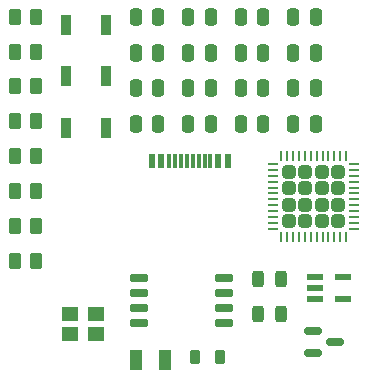
<source format=gbr>
%TF.GenerationSoftware,KiCad,Pcbnew,7.0.8*%
%TF.CreationDate,2023-10-22T22:03:38+02:00*%
%TF.ProjectId,Doodle Drive,446f6f64-6c65-4204-9472-6976652e6b69,1.0V*%
%TF.SameCoordinates,Original*%
%TF.FileFunction,Paste,Top*%
%TF.FilePolarity,Positive*%
%FSLAX46Y46*%
G04 Gerber Fmt 4.6, Leading zero omitted, Abs format (unit mm)*
G04 Created by KiCad (PCBNEW 7.0.8) date 2023-10-22 22:03:38*
%MOMM*%
%LPD*%
G01*
G04 APERTURE LIST*
G04 Aperture macros list*
%AMRoundRect*
0 Rectangle with rounded corners*
0 $1 Rounding radius*
0 $2 $3 $4 $5 $6 $7 $8 $9 X,Y pos of 4 corners*
0 Add a 4 corners polygon primitive as box body*
4,1,4,$2,$3,$4,$5,$6,$7,$8,$9,$2,$3,0*
0 Add four circle primitives for the rounded corners*
1,1,$1+$1,$2,$3*
1,1,$1+$1,$4,$5*
1,1,$1+$1,$6,$7*
1,1,$1+$1,$8,$9*
0 Add four rect primitives between the rounded corners*
20,1,$1+$1,$2,$3,$4,$5,0*
20,1,$1+$1,$4,$5,$6,$7,0*
20,1,$1+$1,$6,$7,$8,$9,0*
20,1,$1+$1,$8,$9,$2,$3,0*%
G04 Aperture macros list end*
%ADD10RoundRect,0.250000X-0.250000X-0.475000X0.250000X-0.475000X0.250000X0.475000X-0.250000X0.475000X0*%
%ADD11RoundRect,0.250000X-0.262500X-0.450000X0.262500X-0.450000X0.262500X0.450000X-0.262500X0.450000X0*%
%ADD12RoundRect,0.059000X-0.626000X0.236000X-0.626000X-0.236000X0.626000X-0.236000X0.626000X0.236000X0*%
%ADD13R,1.000000X1.800000*%
%ADD14RoundRect,0.243750X-0.243750X-0.456250X0.243750X-0.456250X0.243750X0.456250X-0.243750X0.456250X0*%
%ADD15R,0.600000X1.240000*%
%ADD16R,0.300000X1.240000*%
%ADD17RoundRect,0.218750X-0.218750X-0.381250X0.218750X-0.381250X0.218750X0.381250X-0.218750X0.381250X0*%
%ADD18R,0.900000X1.700000*%
%ADD19RoundRect,0.250000X-0.315000X-0.315000X0.315000X-0.315000X0.315000X0.315000X-0.315000X0.315000X0*%
%ADD20RoundRect,0.062500X-0.375000X-0.062500X0.375000X-0.062500X0.375000X0.062500X-0.375000X0.062500X0*%
%ADD21RoundRect,0.062500X-0.062500X-0.375000X0.062500X-0.375000X0.062500X0.375000X-0.062500X0.375000X0*%
%ADD22RoundRect,0.150000X-0.650000X-0.150000X0.650000X-0.150000X0.650000X0.150000X-0.650000X0.150000X0*%
%ADD23R,1.400000X1.200000*%
%ADD24RoundRect,0.150000X-0.587500X-0.150000X0.587500X-0.150000X0.587500X0.150000X-0.587500X0.150000X0*%
G04 APERTURE END LIST*
D10*
%TO.C,C10*%
X102482500Y-72040000D03*
X104382500Y-72040000D03*
%TD*%
%TO.C,C8*%
X98032500Y-78060000D03*
X99932500Y-78060000D03*
%TD*%
D11*
%TO.C,R8*%
X83340000Y-89650000D03*
X85165000Y-89650000D03*
%TD*%
D12*
%TO.C,U6*%
X108763312Y-91020000D03*
X108763312Y-91970000D03*
X108763312Y-92920000D03*
X111113312Y-92920000D03*
X111113312Y-91020000D03*
%TD*%
D11*
%TO.C,R2*%
X83340000Y-71950000D03*
X85165000Y-71950000D03*
%TD*%
%TO.C,R1*%
X83340000Y-69000000D03*
X85165000Y-69000000D03*
%TD*%
D10*
%TO.C,C6*%
X98032500Y-72040000D03*
X99932500Y-72040000D03*
%TD*%
D13*
%TO.C,Y1*%
X96082500Y-98090000D03*
X93582500Y-98090000D03*
%TD*%
D14*
%TO.C,D1*%
X103965000Y-91165000D03*
X105840000Y-91165000D03*
%TD*%
D10*
%TO.C,C4*%
X93582500Y-78060000D03*
X95482500Y-78060000D03*
%TD*%
%TO.C,C17*%
X106932500Y-75050000D03*
X108832500Y-75050000D03*
%TD*%
%TO.C,C9*%
X102482500Y-69030000D03*
X104382500Y-69030000D03*
%TD*%
D11*
%TO.C,R6*%
X83340000Y-83750000D03*
X85165000Y-83750000D03*
%TD*%
D10*
%TO.C,C12*%
X102482500Y-78060000D03*
X104382500Y-78060000D03*
%TD*%
D15*
%TO.C,J1*%
X94952500Y-81215000D03*
X95752500Y-81215000D03*
D16*
X96902500Y-81215000D03*
X97902500Y-81215000D03*
X98402500Y-81215000D03*
X99402500Y-81215000D03*
D15*
X100552500Y-81215000D03*
X101352500Y-81215000D03*
X101352500Y-81215000D03*
X100552500Y-81215000D03*
D16*
X99902500Y-81215000D03*
X98902500Y-81215000D03*
X97402500Y-81215000D03*
X96402500Y-81215000D03*
D15*
X95752500Y-81215000D03*
X94952500Y-81215000D03*
%TD*%
D10*
%TO.C,C13*%
X106932500Y-69030000D03*
X108832500Y-69030000D03*
%TD*%
D17*
%TO.C,L1*%
X98570000Y-97790000D03*
X100695000Y-97790000D03*
%TD*%
D10*
%TO.C,C11*%
X102482500Y-75050000D03*
X104382500Y-75050000D03*
%TD*%
%TO.C,C7*%
X98032500Y-75050000D03*
X99932500Y-75050000D03*
%TD*%
D14*
%TO.C,D2*%
X103965000Y-94205000D03*
X105840000Y-94205000D03*
%TD*%
D11*
%TO.C,R5*%
X83340000Y-80800000D03*
X85165000Y-80800000D03*
%TD*%
D10*
%TO.C,C1*%
X93582500Y-69030000D03*
X95482500Y-69030000D03*
%TD*%
%TO.C,C14*%
X106932500Y-72040000D03*
X108832500Y-72040000D03*
%TD*%
D18*
%TO.C,SW2*%
X87682500Y-74050000D03*
X91082500Y-74050000D03*
%TD*%
D10*
%TO.C,C3*%
X93582500Y-75050000D03*
X95482500Y-75050000D03*
%TD*%
%TO.C,C5*%
X98032500Y-69030000D03*
X99932500Y-69030000D03*
%TD*%
%TO.C,C2*%
X93582500Y-72040000D03*
X95482500Y-72040000D03*
%TD*%
D19*
%TO.C,U1*%
X106542500Y-82110000D03*
X106542500Y-83510000D03*
X106542500Y-84910000D03*
X106542500Y-86310000D03*
X107942500Y-82110000D03*
X107942500Y-83510000D03*
X107942500Y-84910000D03*
X107942500Y-86310000D03*
X109342500Y-82110000D03*
X109342500Y-83510000D03*
X109342500Y-84910000D03*
X109342500Y-86310000D03*
X110742500Y-82110000D03*
X110742500Y-83510000D03*
X110742500Y-84910000D03*
X110742500Y-86310000D03*
D20*
X105205000Y-81460000D03*
X105205000Y-81960000D03*
X105205000Y-82460000D03*
X105205000Y-82960000D03*
X105205000Y-83460000D03*
X105205000Y-83960000D03*
X105205000Y-84460000D03*
X105205000Y-84960000D03*
X105205000Y-85460000D03*
X105205000Y-85960000D03*
X105205000Y-86460000D03*
X105205000Y-86960000D03*
D21*
X105892500Y-87647500D03*
X106392500Y-87647500D03*
X106892500Y-87647500D03*
X107392500Y-87647500D03*
X107892500Y-87647500D03*
X108392500Y-87647500D03*
X108892500Y-87647500D03*
X109392500Y-87647500D03*
X109892500Y-87647500D03*
X110392500Y-87647500D03*
X110892500Y-87647500D03*
X111392500Y-87647500D03*
D20*
X112080000Y-86960000D03*
X112080000Y-86460000D03*
X112080000Y-85960000D03*
X112080000Y-85460000D03*
X112080000Y-84960000D03*
X112080000Y-84460000D03*
X112080000Y-83960000D03*
X112080000Y-83460000D03*
X112080000Y-82960000D03*
X112080000Y-82460000D03*
X112080000Y-81960000D03*
X112080000Y-81460000D03*
D21*
X111392500Y-80772500D03*
X110892500Y-80772500D03*
X110392500Y-80772500D03*
X109892500Y-80772500D03*
X109392500Y-80772500D03*
X108892500Y-80772500D03*
X108392500Y-80772500D03*
X107892500Y-80772500D03*
X107392500Y-80772500D03*
X106892500Y-80772500D03*
X106392500Y-80772500D03*
X105892500Y-80772500D03*
%TD*%
D18*
%TO.C,SW1*%
X87682500Y-69700000D03*
X91082500Y-69700000D03*
%TD*%
D11*
%TO.C,R4*%
X83340000Y-77850000D03*
X85165000Y-77850000D03*
%TD*%
D22*
%TO.C,U8*%
X93882500Y-91125000D03*
X93882500Y-92395000D03*
X93882500Y-93665000D03*
X93882500Y-94935000D03*
X101082500Y-94935000D03*
X101082500Y-93665000D03*
X101082500Y-92395000D03*
X101082500Y-91125000D03*
%TD*%
D23*
%TO.C,Y3*%
X87982500Y-95900000D03*
X90182500Y-95900000D03*
X90182500Y-94200000D03*
X87982500Y-94200000D03*
%TD*%
D24*
%TO.C,D3*%
X108615000Y-95570000D03*
X108615000Y-97470000D03*
X110490000Y-96520000D03*
%TD*%
D18*
%TO.C,SW3*%
X87682500Y-78400000D03*
X91082500Y-78400000D03*
%TD*%
D11*
%TO.C,R3*%
X83340000Y-74900000D03*
X85165000Y-74900000D03*
%TD*%
D10*
%TO.C,C19*%
X106932500Y-78060000D03*
X108832500Y-78060000D03*
%TD*%
D11*
%TO.C,R7*%
X83340000Y-86700000D03*
X85165000Y-86700000D03*
%TD*%
M02*

</source>
